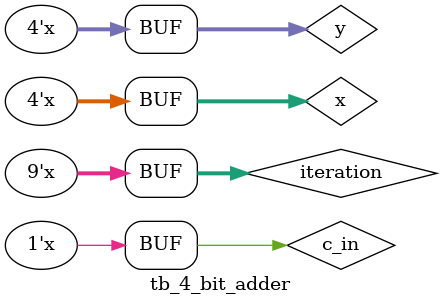
<source format=v>
`timescale 1ns / 1ps


module tb_4_bit_adder;

    reg [3: 0] x, y;
    reg c_in;
    reg [8: 0] iteration;
    
    wire [3: 0] sum;
    wire c_out;
    
    _4_bit_adder tb(
        .x(x),
        .y(y),
        .c_in(c_in),
        .sum(sum),
        .c_out(c_out)
    );
    
    initial begin
        x = 0;
        y = 0;
        c_in = 0;
        iteration = 0;
    end
    
    always #10 begin
        iteration = iteration + 1;
        x = (9'hff & (iteration >> 1));
        y = (9'hff & (iteration >> 5)) ;
        c_in = 9'b1 & iteration;
    end
               
endmodule

</source>
